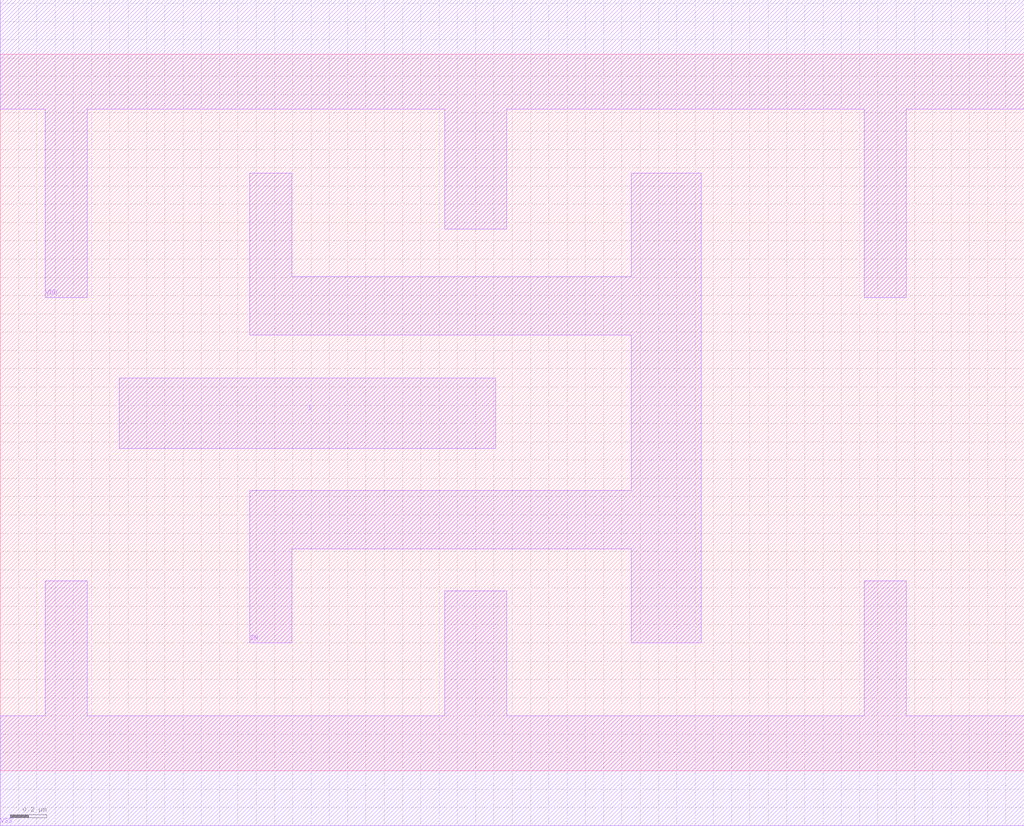
<source format=lef>
# Copyright 2022 GlobalFoundries PDK Authors
#
# Licensed under the Apache License, Version 2.0 (the "License");
# you may not use this file except in compliance with the License.
# You may obtain a copy of the License at
#
#      http://www.apache.org/licenses/LICENSE-2.0
#
# Unless required by applicable law or agreed to in writing, software
# distributed under the License is distributed on an "AS IS" BASIS,
# WITHOUT WARRANTIES OR CONDITIONS OF ANY KIND, either express or implied.
# See the License for the specific language governing permissions and
# limitations under the License.

MACRO gf180mcu_fd_sc_mcu7t5v0__clkinv_4
  CLASS core ;
  FOREIGN gf180mcu_fd_sc_mcu7t5v0__clkinv_4 0.0 0.0 ;
  ORIGIN 0 0 ;
  SYMMETRY X Y ;
  SITE GF018hv5v_mcu_sc7 ;
  SIZE 5.6 BY 3.92 ;
  PIN I
    DIRECTION INPUT ;
    ANTENNAGATEAREA 3.592 ;
    PORT
      LAYER Metal1 ;
        POLYGON 0.65 1.765 2.71 1.765 2.71 2.15 0.65 2.15  ;
    END
  END I
  PIN ZN
    DIRECTION OUTPUT ;
    ANTENNADIFFAREA 2.256 ;
    PORT
      LAYER Metal1 ;
        POLYGON 1.365 2.385 3.45 2.385 3.45 1.535 1.365 1.535 1.365 0.7 1.595 0.7 1.595 1.215 3.45 1.215 3.45 0.7 3.835 0.7 3.835 3.27 3.45 3.27 3.45 2.705 1.595 2.705 1.595 3.27 1.365 3.27  ;
    END
  END ZN
  PIN VDD
    DIRECTION INOUT ;
    USE power ;
    SHAPE ABUTMENT ;
    PORT
      LAYER Metal1 ;
        POLYGON 0 3.62 0.245 3.62 0.245 2.59 0.475 2.59 0.475 3.62 2.43 3.62 2.43 2.965 2.77 2.965 2.77 3.62 4.725 3.62 4.725 2.59 4.955 2.59 4.955 3.62 5.6 3.62 5.6 4.22 0 4.22  ;
    END
  END VDD
  PIN VSS
    DIRECTION INOUT ;
    USE ground ;
    SHAPE ABUTMENT ;
    PORT
      LAYER Metal1 ;
        POLYGON 0 -0.3 5.6 -0.3 5.6 0.3 4.955 0.3 4.955 1.04 4.725 1.04 4.725 0.3 2.77 0.3 2.77 0.985 2.43 0.985 2.43 0.3 0.475 0.3 0.475 1.04 0.245 1.04 0.245 0.3 0 0.3  ;
    END
  END VSS
END gf180mcu_fd_sc_mcu7t5v0__clkinv_4

</source>
